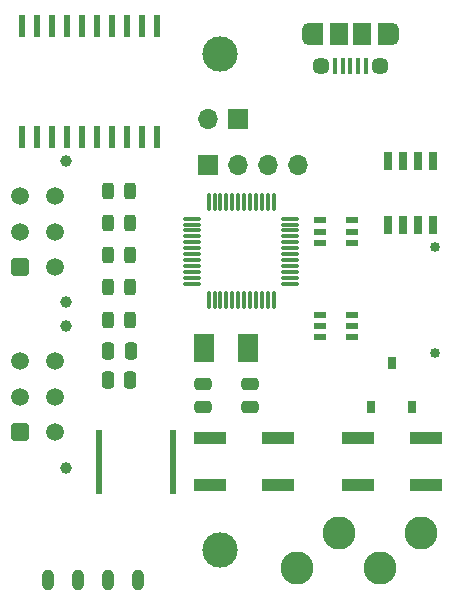
<source format=gbr>
%TF.GenerationSoftware,KiCad,Pcbnew,7.0.2*%
%TF.CreationDate,2023-10-17T17:42:58-05:00*%
%TF.ProjectId,BPS-PeripheralSOM,4250532d-5065-4726-9970-686572616c53,rev?*%
%TF.SameCoordinates,Original*%
%TF.FileFunction,Soldermask,Top*%
%TF.FilePolarity,Negative*%
%FSLAX46Y46*%
G04 Gerber Fmt 4.6, Leading zero omitted, Abs format (unit mm)*
G04 Created by KiCad (PCBNEW 7.0.2) date 2023-10-17 17:42:58*
%MOMM*%
%LPD*%
G01*
G04 APERTURE LIST*
G04 Aperture macros list*
%AMRoundRect*
0 Rectangle with rounded corners*
0 $1 Rounding radius*
0 $2 $3 $4 $5 $6 $7 $8 $9 X,Y pos of 4 corners*
0 Add a 4 corners polygon primitive as box body*
4,1,4,$2,$3,$4,$5,$6,$7,$8,$9,$2,$3,0*
0 Add four circle primitives for the rounded corners*
1,1,$1+$1,$2,$3*
1,1,$1+$1,$4,$5*
1,1,$1+$1,$6,$7*
1,1,$1+$1,$8,$9*
0 Add four rect primitives between the rounded corners*
20,1,$1+$1,$2,$3,$4,$5,0*
20,1,$1+$1,$4,$5,$6,$7,0*
20,1,$1+$1,$6,$7,$8,$9,0*
20,1,$1+$1,$8,$9,$2,$3,0*%
G04 Aperture macros list end*
%ADD10C,2.800000*%
%ADD11R,2.750000X1.000000*%
%ADD12RoundRect,0.250000X-0.475000X0.250000X-0.475000X-0.250000X0.475000X-0.250000X0.475000X0.250000X0*%
%ADD13R,1.700000X1.700000*%
%ADD14O,1.700000X1.700000*%
%ADD15R,0.650000X1.528000*%
%ADD16R,1.700000X2.400000*%
%ADD17RoundRect,0.243750X-0.243750X-0.456250X0.243750X-0.456250X0.243750X0.456250X-0.243750X0.456250X0*%
%ADD18RoundRect,0.075000X0.075000X-0.662500X0.075000X0.662500X-0.075000X0.662500X-0.075000X-0.662500X0*%
%ADD19RoundRect,0.075000X0.662500X-0.075000X0.662500X0.075000X-0.662500X0.075000X-0.662500X-0.075000X0*%
%ADD20C,3.000000*%
%ADD21R,0.600000X1.950000*%
%ADD22R,0.762000X1.117600*%
%ADD23RoundRect,0.250000X-0.250000X-0.475000X0.250000X-0.475000X0.250000X0.475000X-0.250000X0.475000X0*%
%ADD24C,1.000000*%
%ADD25RoundRect,0.250001X0.499999X-0.499999X0.499999X0.499999X-0.499999X0.499999X-0.499999X-0.499999X0*%
%ADD26C,1.500000*%
%ADD27O,1.000000X1.800000*%
%ADD28R,0.400000X1.350000*%
%ADD29O,1.200000X1.900000*%
%ADD30R,1.200000X1.900000*%
%ADD31C,1.450000*%
%ADD32R,1.500000X1.900000*%
%ADD33R,0.558800X5.410200*%
%ADD34R,1.003300X0.558800*%
%ADD35C,0.850000*%
G04 APERTURE END LIST*
D10*
%TO.C,TP4*%
X137000000Y-84500000D03*
%TD*%
D11*
%TO.C,SW5*%
X137375000Y-80500000D03*
X131625000Y-80500000D03*
X137375000Y-76500000D03*
X131625000Y-76500000D03*
%TD*%
D12*
%TO.C,C22*%
X122500000Y-71950000D03*
X122500000Y-73850000D03*
%TD*%
D13*
%TO.C,J1*%
X118950000Y-53350000D03*
D14*
X121490000Y-53350000D03*
X124030000Y-53350000D03*
X126570000Y-53350000D03*
%TD*%
D15*
%TO.C,IC1*%
X134190000Y-58422000D03*
X135460000Y-58422000D03*
X136730000Y-58422000D03*
X138000000Y-58422000D03*
X138000000Y-53000000D03*
X136730000Y-53000000D03*
X135460000Y-53000000D03*
X134190000Y-53000000D03*
%TD*%
D16*
%TO.C,Y1*%
X118650000Y-68900000D03*
X122350000Y-68900000D03*
%TD*%
D17*
%TO.C,D14*%
X110500000Y-58269450D03*
X112375000Y-58269450D03*
%TD*%
D13*
%TO.C,JP1*%
X121500000Y-49500000D03*
D14*
X118960000Y-49500000D03*
%TD*%
D10*
%TO.C,TP6*%
X130000000Y-84500000D03*
%TD*%
D18*
%TO.C,U1*%
X119000000Y-64825000D03*
X119500000Y-64825000D03*
X120000000Y-64825000D03*
X120500000Y-64825000D03*
X121000000Y-64825000D03*
X121500000Y-64825000D03*
X122000000Y-64825000D03*
X122500000Y-64825000D03*
X123000000Y-64825000D03*
X123500000Y-64825000D03*
X124000000Y-64825000D03*
X124500000Y-64825000D03*
D19*
X125912500Y-63412500D03*
X125912500Y-62912500D03*
X125912500Y-62412500D03*
X125912500Y-61912500D03*
X125912500Y-61412500D03*
X125912500Y-60912500D03*
X125912500Y-60412500D03*
X125912500Y-59912500D03*
X125912500Y-59412500D03*
X125912500Y-58912500D03*
X125912500Y-58412500D03*
X125912500Y-57912500D03*
D18*
X124500000Y-56500000D03*
X124000000Y-56500000D03*
X123500000Y-56500000D03*
X123000000Y-56500000D03*
X122500000Y-56500000D03*
X122000000Y-56500000D03*
X121500000Y-56500000D03*
X121000000Y-56500000D03*
X120500000Y-56500000D03*
X120000000Y-56500000D03*
X119500000Y-56500000D03*
X119000000Y-56500000D03*
D19*
X117587500Y-57912500D03*
X117587500Y-58412500D03*
X117587500Y-58912500D03*
X117587500Y-59412500D03*
X117587500Y-59912500D03*
X117587500Y-60412500D03*
X117587500Y-60912500D03*
X117587500Y-61412500D03*
X117587500Y-61912500D03*
X117587500Y-62412500D03*
X117587500Y-62912500D03*
X117587500Y-63412500D03*
%TD*%
D11*
%TO.C,SW1*%
X119125000Y-76500000D03*
X124875000Y-76500000D03*
X119125000Y-80500000D03*
X124875000Y-80500000D03*
%TD*%
D20*
%TO.C,MH1*%
X120000000Y-86000000D03*
%TD*%
D21*
%TO.C,U7*%
X103235000Y-50962500D03*
X104505000Y-50962500D03*
X105775000Y-50962500D03*
X107045000Y-50962500D03*
X108315000Y-50962500D03*
X109585000Y-50962500D03*
X110855000Y-50962500D03*
X112125000Y-50962500D03*
X113395000Y-50962500D03*
X114665000Y-50962500D03*
X114665000Y-41562500D03*
X113395000Y-41562500D03*
X112125000Y-41562500D03*
X110855000Y-41562500D03*
X109585000Y-41562500D03*
X108315000Y-41562500D03*
X107045000Y-41562500D03*
X105775000Y-41562500D03*
X104505000Y-41562500D03*
X103235000Y-41562500D03*
%TD*%
D20*
%TO.C,MH2*%
X120000000Y-44000000D03*
%TD*%
D22*
%TO.C,SW2*%
X132749998Y-73892300D03*
X134500000Y-70107700D03*
X136250002Y-73892300D03*
%TD*%
D23*
%TO.C,C3*%
X110450000Y-71600000D03*
X112350000Y-71600000D03*
%TD*%
D17*
%TO.C,D12*%
X110500000Y-63730550D03*
X112375000Y-63730550D03*
%TD*%
D12*
%TO.C,C21*%
X118500000Y-71950000D03*
X118500000Y-73850000D03*
%TD*%
D24*
%TO.C,J2*%
X106940000Y-65000000D03*
X106940000Y-53000000D03*
D25*
X103000000Y-62000000D03*
D26*
X103000000Y-59000000D03*
X103000000Y-56000000D03*
X106000000Y-62000000D03*
X106000000Y-59000000D03*
X106000000Y-56000000D03*
%TD*%
D27*
%TO.C,U2*%
X105380000Y-88500000D03*
X107920000Y-88500000D03*
X110460000Y-88500000D03*
X113000000Y-88500000D03*
%TD*%
D17*
%TO.C,D2*%
X110500000Y-66500000D03*
X112375000Y-66500000D03*
%TD*%
D28*
%TO.C,J3*%
X132300000Y-44962500D03*
X131650000Y-44962500D03*
X131000000Y-44962500D03*
X130350000Y-44962500D03*
X129700000Y-44962500D03*
D29*
X134500000Y-42262500D03*
D30*
X133900000Y-42262500D03*
D31*
X133500000Y-44962500D03*
D32*
X132000000Y-42262500D03*
X130000000Y-42262500D03*
D31*
X128500000Y-44962500D03*
D30*
X128100000Y-42262500D03*
D29*
X127500000Y-42262500D03*
%TD*%
D17*
%TO.C,D4*%
X110500000Y-55538900D03*
X112375000Y-55538900D03*
%TD*%
D33*
%TO.C,C1*%
X116000000Y-78500000D03*
X109751600Y-78500000D03*
%TD*%
D10*
%TO.C,TP5*%
X126500000Y-87500000D03*
%TD*%
%TO.C,TP3*%
X133500000Y-87500000D03*
%TD*%
D34*
%TO.C,CR2*%
X128400000Y-66049999D03*
X128400000Y-67000000D03*
X128400000Y-67950001D03*
X131105100Y-67950001D03*
X131105100Y-67000000D03*
X131105100Y-66049999D03*
%TD*%
D24*
%TO.C,J5*%
X106940000Y-79000000D03*
X106940000Y-67000000D03*
D25*
X103000000Y-76000000D03*
D26*
X103000000Y-73000000D03*
X103000000Y-70000000D03*
X106000000Y-76000000D03*
X106000000Y-73000000D03*
X106000000Y-70000000D03*
%TD*%
D34*
%TO.C,CR1*%
X128400000Y-58049999D03*
X128400000Y-59000000D03*
X128400000Y-59950001D03*
X131105100Y-59950001D03*
X131105100Y-59000000D03*
X131105100Y-58049999D03*
%TD*%
D17*
%TO.C,D13*%
X110500000Y-61000000D03*
X112375000Y-61000000D03*
%TD*%
D23*
%TO.C,C2*%
X110500000Y-69100000D03*
X112400000Y-69100000D03*
%TD*%
D35*
%TO.C,J6*%
X138200000Y-69300000D03*
X138200000Y-60300000D03*
%TD*%
M02*

</source>
